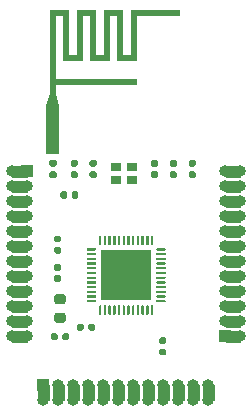
<source format=gbr>
%TF.GenerationSoftware,KiCad,Pcbnew,(5.1.10)-1*%
%TF.CreationDate,2024-04-20T07:26:56+09:00*%
%TF.ProjectId,BLEModule,424c454d-6f64-4756-9c65-2e6b69636164,rev?*%
%TF.SameCoordinates,Original*%
%TF.FileFunction,Soldermask,Top*%
%TF.FilePolarity,Negative*%
%FSLAX46Y46*%
G04 Gerber Fmt 4.6, Leading zero omitted, Abs format (unit mm)*
G04 Created by KiCad (PCBNEW (5.1.10)-1) date 2024-04-20 07:26:56*
%MOMM*%
%LPD*%
G01*
G04 APERTURE LIST*
%ADD10C,0.035000*%
%ADD11C,0.100000*%
%ADD12O,1.000000X1.000000*%
%ADD13R,1.000000X1.000000*%
%ADD14R,0.900000X0.800000*%
%ADD15R,4.300000X4.300000*%
G04 APERTURE END LIST*
D10*
%TO.C,J2*%
G36*
X141622600Y-91944600D02*
G01*
X141622600Y-90725400D01*
X140657400Y-90725400D01*
X140657400Y-91944600D01*
X141622600Y-91944600D01*
G37*
X141622600Y-91944600D02*
X141622600Y-90725400D01*
X140657400Y-90725400D01*
X140657400Y-91944600D01*
X141622600Y-91944600D01*
G36*
X144162600Y-91944600D02*
G01*
X144162600Y-90725400D01*
X143197400Y-90725400D01*
X143197400Y-91944600D01*
X144162600Y-91944600D01*
G37*
X144162600Y-91944600D02*
X144162600Y-90725400D01*
X143197400Y-90725400D01*
X143197400Y-91944600D01*
X144162600Y-91944600D01*
G36*
X139082600Y-91944600D02*
G01*
X139082600Y-90725400D01*
X138117400Y-90725400D01*
X138117400Y-91944600D01*
X139082600Y-91944600D01*
G37*
X139082600Y-91944600D02*
X139082600Y-90725400D01*
X138117400Y-90725400D01*
X138117400Y-91944600D01*
X139082600Y-91944600D01*
G36*
X142892600Y-91944600D02*
G01*
X142892600Y-90725400D01*
X141927400Y-90725400D01*
X141927400Y-91944600D01*
X142892600Y-91944600D01*
G37*
X142892600Y-91944600D02*
X142892600Y-90725400D01*
X141927400Y-90725400D01*
X141927400Y-91944600D01*
X142892600Y-91944600D01*
G36*
X145432600Y-91944600D02*
G01*
X145432600Y-90725400D01*
X144467400Y-90725400D01*
X144467400Y-91944600D01*
X145432600Y-91944600D01*
G37*
X145432600Y-91944600D02*
X145432600Y-90725400D01*
X144467400Y-90725400D01*
X144467400Y-91944600D01*
X145432600Y-91944600D01*
G36*
X149242600Y-91944600D02*
G01*
X149242600Y-90725400D01*
X148277400Y-90725400D01*
X148277400Y-91944600D01*
X149242600Y-91944600D01*
G37*
X149242600Y-91944600D02*
X149242600Y-90725400D01*
X148277400Y-90725400D01*
X148277400Y-91944600D01*
X149242600Y-91944600D01*
G36*
X146702600Y-91944600D02*
G01*
X146702600Y-90725400D01*
X145737400Y-90725400D01*
X145737400Y-91944600D01*
X146702600Y-91944600D01*
G37*
X146702600Y-91944600D02*
X146702600Y-90725400D01*
X145737400Y-90725400D01*
X145737400Y-91944600D01*
X146702600Y-91944600D01*
G36*
X140352600Y-91944600D02*
G01*
X140352600Y-90725400D01*
X139387400Y-90725400D01*
X139387400Y-91944600D01*
X140352600Y-91944600D01*
G37*
X140352600Y-91944600D02*
X140352600Y-90725400D01*
X139387400Y-90725400D01*
X139387400Y-91944600D01*
X140352600Y-91944600D01*
G36*
X147972600Y-91944600D02*
G01*
X147972600Y-90725400D01*
X147007400Y-90725400D01*
X147007400Y-91944600D01*
X147972600Y-91944600D01*
G37*
X147972600Y-91944600D02*
X147972600Y-90725400D01*
X147007400Y-90725400D01*
X147007400Y-91944600D01*
X147972600Y-91944600D01*
G36*
X150512600Y-91944600D02*
G01*
X150512600Y-90725400D01*
X149547400Y-90725400D01*
X149547400Y-91944600D01*
X150512600Y-91944600D01*
G37*
X150512600Y-91944600D02*
X150512600Y-90725400D01*
X149547400Y-90725400D01*
X149547400Y-91944600D01*
X150512600Y-91944600D01*
G36*
X153052600Y-91944600D02*
G01*
X153052600Y-90725400D01*
X152087400Y-90725400D01*
X152087400Y-91944600D01*
X153052600Y-91944600D01*
G37*
X153052600Y-91944600D02*
X153052600Y-90725400D01*
X152087400Y-90725400D01*
X152087400Y-91944600D01*
X153052600Y-91944600D01*
G36*
X151782600Y-91944600D02*
G01*
X151782600Y-90725400D01*
X150817400Y-90725400D01*
X150817400Y-91944600D01*
X151782600Y-91944600D01*
G37*
X151782600Y-91944600D02*
X151782600Y-90725400D01*
X150817400Y-90725400D01*
X150817400Y-91944600D01*
X151782600Y-91944600D01*
%TO.C,J1*%
G36*
X135955400Y-75622600D02*
G01*
X137174600Y-75622600D01*
X137174600Y-74657400D01*
X135955400Y-74657400D01*
X135955400Y-75622600D01*
G37*
X135955400Y-75622600D02*
X137174600Y-75622600D01*
X137174600Y-74657400D01*
X135955400Y-74657400D01*
X135955400Y-75622600D01*
G36*
X135955400Y-78162600D02*
G01*
X137174600Y-78162600D01*
X137174600Y-77197400D01*
X135955400Y-77197400D01*
X135955400Y-78162600D01*
G37*
X135955400Y-78162600D02*
X137174600Y-78162600D01*
X137174600Y-77197400D01*
X135955400Y-77197400D01*
X135955400Y-78162600D01*
G36*
X135955400Y-73082600D02*
G01*
X137174600Y-73082600D01*
X137174600Y-72117400D01*
X135955400Y-72117400D01*
X135955400Y-73082600D01*
G37*
X135955400Y-73082600D02*
X137174600Y-73082600D01*
X137174600Y-72117400D01*
X135955400Y-72117400D01*
X135955400Y-73082600D01*
G36*
X135955400Y-76892600D02*
G01*
X137174600Y-76892600D01*
X137174600Y-75927400D01*
X135955400Y-75927400D01*
X135955400Y-76892600D01*
G37*
X135955400Y-76892600D02*
X137174600Y-76892600D01*
X137174600Y-75927400D01*
X135955400Y-75927400D01*
X135955400Y-76892600D01*
G36*
X135955400Y-79432600D02*
G01*
X137174600Y-79432600D01*
X137174600Y-78467400D01*
X135955400Y-78467400D01*
X135955400Y-79432600D01*
G37*
X135955400Y-79432600D02*
X137174600Y-79432600D01*
X137174600Y-78467400D01*
X135955400Y-78467400D01*
X135955400Y-79432600D01*
G36*
X135955400Y-83242600D02*
G01*
X137174600Y-83242600D01*
X137174600Y-82277400D01*
X135955400Y-82277400D01*
X135955400Y-83242600D01*
G37*
X135955400Y-83242600D02*
X137174600Y-83242600D01*
X137174600Y-82277400D01*
X135955400Y-82277400D01*
X135955400Y-83242600D01*
G36*
X135955400Y-80702600D02*
G01*
X137174600Y-80702600D01*
X137174600Y-79737400D01*
X135955400Y-79737400D01*
X135955400Y-80702600D01*
G37*
X135955400Y-80702600D02*
X137174600Y-80702600D01*
X137174600Y-79737400D01*
X135955400Y-79737400D01*
X135955400Y-80702600D01*
G36*
X135955400Y-74352600D02*
G01*
X137174600Y-74352600D01*
X137174600Y-73387400D01*
X135955400Y-73387400D01*
X135955400Y-74352600D01*
G37*
X135955400Y-74352600D02*
X137174600Y-74352600D01*
X137174600Y-73387400D01*
X135955400Y-73387400D01*
X135955400Y-74352600D01*
G36*
X135955400Y-81972600D02*
G01*
X137174600Y-81972600D01*
X137174600Y-81007400D01*
X135955400Y-81007400D01*
X135955400Y-81972600D01*
G37*
X135955400Y-81972600D02*
X137174600Y-81972600D01*
X137174600Y-81007400D01*
X135955400Y-81007400D01*
X135955400Y-81972600D01*
G36*
X135955400Y-84512600D02*
G01*
X137174600Y-84512600D01*
X137174600Y-83547400D01*
X135955400Y-83547400D01*
X135955400Y-84512600D01*
G37*
X135955400Y-84512600D02*
X137174600Y-84512600D01*
X137174600Y-83547400D01*
X135955400Y-83547400D01*
X135955400Y-84512600D01*
G36*
X135955400Y-87052600D02*
G01*
X137174600Y-87052600D01*
X137174600Y-86087400D01*
X135955400Y-86087400D01*
X135955400Y-87052600D01*
G37*
X135955400Y-87052600D02*
X137174600Y-87052600D01*
X137174600Y-86087400D01*
X135955400Y-86087400D01*
X135955400Y-87052600D01*
G36*
X135955400Y-85782600D02*
G01*
X137174600Y-85782600D01*
X137174600Y-84817400D01*
X135955400Y-84817400D01*
X135955400Y-85782600D01*
G37*
X135955400Y-85782600D02*
X137174600Y-85782600D01*
X137174600Y-84817400D01*
X135955400Y-84817400D01*
X135955400Y-85782600D01*
%TO.C,J3*%
G36*
X155244600Y-83547400D02*
G01*
X154025400Y-83547400D01*
X154025400Y-84512600D01*
X155244600Y-84512600D01*
X155244600Y-83547400D01*
G37*
X155244600Y-83547400D02*
X154025400Y-83547400D01*
X154025400Y-84512600D01*
X155244600Y-84512600D01*
X155244600Y-83547400D01*
G36*
X155244600Y-81007400D02*
G01*
X154025400Y-81007400D01*
X154025400Y-81972600D01*
X155244600Y-81972600D01*
X155244600Y-81007400D01*
G37*
X155244600Y-81007400D02*
X154025400Y-81007400D01*
X154025400Y-81972600D01*
X155244600Y-81972600D01*
X155244600Y-81007400D01*
G36*
X155244600Y-86087400D02*
G01*
X154025400Y-86087400D01*
X154025400Y-87052600D01*
X155244600Y-87052600D01*
X155244600Y-86087400D01*
G37*
X155244600Y-86087400D02*
X154025400Y-86087400D01*
X154025400Y-87052600D01*
X155244600Y-87052600D01*
X155244600Y-86087400D01*
G36*
X155244600Y-82277400D02*
G01*
X154025400Y-82277400D01*
X154025400Y-83242600D01*
X155244600Y-83242600D01*
X155244600Y-82277400D01*
G37*
X155244600Y-82277400D02*
X154025400Y-82277400D01*
X154025400Y-83242600D01*
X155244600Y-83242600D01*
X155244600Y-82277400D01*
G36*
X155244600Y-79737400D02*
G01*
X154025400Y-79737400D01*
X154025400Y-80702600D01*
X155244600Y-80702600D01*
X155244600Y-79737400D01*
G37*
X155244600Y-79737400D02*
X154025400Y-79737400D01*
X154025400Y-80702600D01*
X155244600Y-80702600D01*
X155244600Y-79737400D01*
G36*
X155244600Y-75927400D02*
G01*
X154025400Y-75927400D01*
X154025400Y-76892600D01*
X155244600Y-76892600D01*
X155244600Y-75927400D01*
G37*
X155244600Y-75927400D02*
X154025400Y-75927400D01*
X154025400Y-76892600D01*
X155244600Y-76892600D01*
X155244600Y-75927400D01*
G36*
X155244600Y-78467400D02*
G01*
X154025400Y-78467400D01*
X154025400Y-79432600D01*
X155244600Y-79432600D01*
X155244600Y-78467400D01*
G37*
X155244600Y-78467400D02*
X154025400Y-78467400D01*
X154025400Y-79432600D01*
X155244600Y-79432600D01*
X155244600Y-78467400D01*
G36*
X155244600Y-84817400D02*
G01*
X154025400Y-84817400D01*
X154025400Y-85782600D01*
X155244600Y-85782600D01*
X155244600Y-84817400D01*
G37*
X155244600Y-84817400D02*
X154025400Y-84817400D01*
X154025400Y-85782600D01*
X155244600Y-85782600D01*
X155244600Y-84817400D01*
G36*
X155244600Y-77197400D02*
G01*
X154025400Y-77197400D01*
X154025400Y-78162600D01*
X155244600Y-78162600D01*
X155244600Y-77197400D01*
G37*
X155244600Y-77197400D02*
X154025400Y-77197400D01*
X154025400Y-78162600D01*
X155244600Y-78162600D01*
X155244600Y-77197400D01*
G36*
X155244600Y-74657400D02*
G01*
X154025400Y-74657400D01*
X154025400Y-75622600D01*
X155244600Y-75622600D01*
X155244600Y-74657400D01*
G37*
X155244600Y-74657400D02*
X154025400Y-74657400D01*
X154025400Y-75622600D01*
X155244600Y-75622600D01*
X155244600Y-74657400D01*
G36*
X155244600Y-72117400D02*
G01*
X154025400Y-72117400D01*
X154025400Y-73082600D01*
X155244600Y-73082600D01*
X155244600Y-72117400D01*
G37*
X155244600Y-72117400D02*
X154025400Y-72117400D01*
X154025400Y-73082600D01*
X155244600Y-73082600D01*
X155244600Y-72117400D01*
G36*
X155244600Y-73387400D02*
G01*
X154025400Y-73387400D01*
X154025400Y-74352600D01*
X155244600Y-74352600D01*
X155244600Y-73387400D01*
G37*
X155244600Y-73387400D02*
X154025400Y-73387400D01*
X154025400Y-74352600D01*
X155244600Y-74352600D01*
X155244600Y-73387400D01*
D11*
%TO.C,ANT1*%
G36*
X139928600Y-67068700D02*
G01*
X139928600Y-71132700D01*
X138811000Y-71145400D01*
X138811000Y-67081400D01*
X139115800Y-66065400D01*
X139115800Y-58953400D01*
X140766800Y-58953400D01*
X140766800Y-62763400D01*
X141401800Y-62763400D01*
X141401800Y-58953400D01*
X143052800Y-58953400D01*
X143052800Y-62763400D01*
X143687800Y-62763400D01*
X143687800Y-58953400D01*
X145338800Y-58953400D01*
X145338800Y-62763400D01*
X145973800Y-62763400D01*
X145973800Y-58953400D01*
X150164800Y-58953400D01*
X150164800Y-59461400D01*
X146481800Y-59461400D01*
X146481800Y-63271400D01*
X144830800Y-63271400D01*
X144830800Y-59461400D01*
X144195800Y-59461400D01*
X144195800Y-63271400D01*
X142544800Y-63271400D01*
X142544800Y-59461400D01*
X141909800Y-59461400D01*
X141909800Y-63271400D01*
X140258800Y-63271400D01*
X140258800Y-59461400D01*
X139623800Y-59461400D01*
X139623800Y-64795400D01*
X146558000Y-64795400D01*
X146558000Y-65303400D01*
X139623800Y-65303400D01*
X139623800Y-66065400D01*
X139928600Y-67068700D01*
G37*
%TD*%
D12*
%TO.C,J2*%
X141140000Y-90700000D03*
X151300000Y-90700000D03*
X143680000Y-90700000D03*
X146220000Y-90700000D03*
X152570000Y-90700000D03*
X150030000Y-90700000D03*
X144950000Y-90700000D03*
D13*
X138600000Y-90700000D03*
D12*
X147490000Y-90700000D03*
X148760000Y-90700000D03*
X142410000Y-90700000D03*
X139870000Y-90700000D03*
X138600000Y-91970000D03*
X151300000Y-91970000D03*
X148760000Y-91970000D03*
X147490000Y-91970000D03*
X143680000Y-91970000D03*
X150030000Y-91970000D03*
X141140000Y-91970000D03*
X144950000Y-91970000D03*
X152570000Y-91970000D03*
X146220000Y-91970000D03*
X139870000Y-91970000D03*
X142410000Y-91970000D03*
%TD*%
%TO.C,J1*%
X137200000Y-75140000D03*
X137200000Y-85300000D03*
X137200000Y-77680000D03*
X137200000Y-80220000D03*
X137200000Y-86570000D03*
X137200000Y-84030000D03*
X137200000Y-78950000D03*
D13*
X137200000Y-72600000D03*
D12*
X137200000Y-81490000D03*
X137200000Y-82760000D03*
X137200000Y-76410000D03*
X137200000Y-73870000D03*
X135930000Y-72600000D03*
X135930000Y-85300000D03*
X135930000Y-82760000D03*
X135930000Y-81490000D03*
X135930000Y-77680000D03*
X135930000Y-84030000D03*
X135930000Y-75140000D03*
X135930000Y-78950000D03*
X135930000Y-86570000D03*
X135930000Y-80220000D03*
X135930000Y-73870000D03*
X135930000Y-76410000D03*
%TD*%
%TO.C,J3*%
X154000000Y-84030000D03*
X154000000Y-73870000D03*
X154000000Y-81490000D03*
X154000000Y-78950000D03*
X154000000Y-72600000D03*
X154000000Y-75140000D03*
X154000000Y-80220000D03*
D13*
X154000000Y-86570000D03*
D12*
X154000000Y-77680000D03*
X154000000Y-76410000D03*
X154000000Y-82760000D03*
X154000000Y-85300000D03*
X155270000Y-86570000D03*
X155270000Y-73870000D03*
X155270000Y-76410000D03*
X155270000Y-77680000D03*
X155270000Y-81490000D03*
X155270000Y-75140000D03*
X155270000Y-84030000D03*
X155270000Y-80220000D03*
X155270000Y-72600000D03*
X155270000Y-78950000D03*
X155270000Y-85300000D03*
X155270000Y-82760000D03*
%TD*%
D11*
%TO.C,ANT1*%
G36*
X138811000Y-71145400D02*
G01*
X138811000Y-69494400D01*
X139928600Y-69494400D01*
X139928600Y-71145400D01*
X138811000Y-71145400D01*
G37*
%TD*%
%TO.C,C4*%
G36*
G01*
X142000000Y-85630000D02*
X142000000Y-85970000D01*
G75*
G02*
X141860000Y-86110000I-140000J0D01*
G01*
X141580000Y-86110000D01*
G75*
G02*
X141440000Y-85970000I0J140000D01*
G01*
X141440000Y-85630000D01*
G75*
G02*
X141580000Y-85490000I140000J0D01*
G01*
X141860000Y-85490000D01*
G75*
G02*
X142000000Y-85630000I0J-140000D01*
G01*
G37*
G36*
G01*
X142960000Y-85630000D02*
X142960000Y-85970000D01*
G75*
G02*
X142820000Y-86110000I-140000J0D01*
G01*
X142540000Y-86110000D01*
G75*
G02*
X142400000Y-85970000I0J140000D01*
G01*
X142400000Y-85630000D01*
G75*
G02*
X142540000Y-85490000I140000J0D01*
G01*
X142820000Y-85490000D01*
G75*
G02*
X142960000Y-85630000I0J-140000D01*
G01*
G37*
%TD*%
%TO.C,C1*%
G36*
G01*
X148530000Y-87620000D02*
X148870000Y-87620000D01*
G75*
G02*
X149010000Y-87760000I0J-140000D01*
G01*
X149010000Y-88040000D01*
G75*
G02*
X148870000Y-88180000I-140000J0D01*
G01*
X148530000Y-88180000D01*
G75*
G02*
X148390000Y-88040000I0J140000D01*
G01*
X148390000Y-87760000D01*
G75*
G02*
X148530000Y-87620000I140000J0D01*
G01*
G37*
G36*
G01*
X148530000Y-86660000D02*
X148870000Y-86660000D01*
G75*
G02*
X149010000Y-86800000I0J-140000D01*
G01*
X149010000Y-87080000D01*
G75*
G02*
X148870000Y-87220000I-140000J0D01*
G01*
X148530000Y-87220000D01*
G75*
G02*
X148390000Y-87080000I0J140000D01*
G01*
X148390000Y-86800000D01*
G75*
G02*
X148530000Y-86660000I140000J0D01*
G01*
G37*
%TD*%
D14*
%TO.C,Y1*%
X144700000Y-73350000D03*
X146100000Y-73350000D03*
X146100000Y-72250000D03*
X144700000Y-72250000D03*
%TD*%
%TO.C,U1*%
G36*
G01*
X143450000Y-84750000D02*
X143350000Y-84750000D01*
G75*
G02*
X143300000Y-84700000I0J50000D01*
G01*
X143300000Y-84000000D01*
G75*
G02*
X143350000Y-83950000I50000J0D01*
G01*
X143450000Y-83950000D01*
G75*
G02*
X143500000Y-84000000I0J-50000D01*
G01*
X143500000Y-84700000D01*
G75*
G02*
X143450000Y-84750000I-50000J0D01*
G01*
G37*
G36*
G01*
X143850000Y-84750000D02*
X143750000Y-84750000D01*
G75*
G02*
X143700000Y-84700000I0J50000D01*
G01*
X143700000Y-84000000D01*
G75*
G02*
X143750000Y-83950000I50000J0D01*
G01*
X143850000Y-83950000D01*
G75*
G02*
X143900000Y-84000000I0J-50000D01*
G01*
X143900000Y-84700000D01*
G75*
G02*
X143850000Y-84750000I-50000J0D01*
G01*
G37*
G36*
G01*
X144250000Y-84750000D02*
X144150000Y-84750000D01*
G75*
G02*
X144100000Y-84700000I0J50000D01*
G01*
X144100000Y-84000000D01*
G75*
G02*
X144150000Y-83950000I50000J0D01*
G01*
X144250000Y-83950000D01*
G75*
G02*
X144300000Y-84000000I0J-50000D01*
G01*
X144300000Y-84700000D01*
G75*
G02*
X144250000Y-84750000I-50000J0D01*
G01*
G37*
G36*
G01*
X144650000Y-84750000D02*
X144550000Y-84750000D01*
G75*
G02*
X144500000Y-84700000I0J50000D01*
G01*
X144500000Y-84000000D01*
G75*
G02*
X144550000Y-83950000I50000J0D01*
G01*
X144650000Y-83950000D01*
G75*
G02*
X144700000Y-84000000I0J-50000D01*
G01*
X144700000Y-84700000D01*
G75*
G02*
X144650000Y-84750000I-50000J0D01*
G01*
G37*
G36*
G01*
X145050000Y-84750000D02*
X144950000Y-84750000D01*
G75*
G02*
X144900000Y-84700000I0J50000D01*
G01*
X144900000Y-84000000D01*
G75*
G02*
X144950000Y-83950000I50000J0D01*
G01*
X145050000Y-83950000D01*
G75*
G02*
X145100000Y-84000000I0J-50000D01*
G01*
X145100000Y-84700000D01*
G75*
G02*
X145050000Y-84750000I-50000J0D01*
G01*
G37*
G36*
G01*
X145450000Y-84750000D02*
X145350000Y-84750000D01*
G75*
G02*
X145300000Y-84700000I0J50000D01*
G01*
X145300000Y-84000000D01*
G75*
G02*
X145350000Y-83950000I50000J0D01*
G01*
X145450000Y-83950000D01*
G75*
G02*
X145500000Y-84000000I0J-50000D01*
G01*
X145500000Y-84700000D01*
G75*
G02*
X145450000Y-84750000I-50000J0D01*
G01*
G37*
G36*
G01*
X145850000Y-84750000D02*
X145750000Y-84750000D01*
G75*
G02*
X145700000Y-84700000I0J50000D01*
G01*
X145700000Y-84000000D01*
G75*
G02*
X145750000Y-83950000I50000J0D01*
G01*
X145850000Y-83950000D01*
G75*
G02*
X145900000Y-84000000I0J-50000D01*
G01*
X145900000Y-84700000D01*
G75*
G02*
X145850000Y-84750000I-50000J0D01*
G01*
G37*
G36*
G01*
X146250000Y-84750000D02*
X146150000Y-84750000D01*
G75*
G02*
X146100000Y-84700000I0J50000D01*
G01*
X146100000Y-84000000D01*
G75*
G02*
X146150000Y-83950000I50000J0D01*
G01*
X146250000Y-83950000D01*
G75*
G02*
X146300000Y-84000000I0J-50000D01*
G01*
X146300000Y-84700000D01*
G75*
G02*
X146250000Y-84750000I-50000J0D01*
G01*
G37*
G36*
G01*
X146650000Y-84750000D02*
X146550000Y-84750000D01*
G75*
G02*
X146500000Y-84700000I0J50000D01*
G01*
X146500000Y-84000000D01*
G75*
G02*
X146550000Y-83950000I50000J0D01*
G01*
X146650000Y-83950000D01*
G75*
G02*
X146700000Y-84000000I0J-50000D01*
G01*
X146700000Y-84700000D01*
G75*
G02*
X146650000Y-84750000I-50000J0D01*
G01*
G37*
G36*
G01*
X147050000Y-84750000D02*
X146950000Y-84750000D01*
G75*
G02*
X146900000Y-84700000I0J50000D01*
G01*
X146900000Y-84000000D01*
G75*
G02*
X146950000Y-83950000I50000J0D01*
G01*
X147050000Y-83950000D01*
G75*
G02*
X147100000Y-84000000I0J-50000D01*
G01*
X147100000Y-84700000D01*
G75*
G02*
X147050000Y-84750000I-50000J0D01*
G01*
G37*
G36*
G01*
X147450000Y-84750000D02*
X147350000Y-84750000D01*
G75*
G02*
X147300000Y-84700000I0J50000D01*
G01*
X147300000Y-84000000D01*
G75*
G02*
X147350000Y-83950000I50000J0D01*
G01*
X147450000Y-83950000D01*
G75*
G02*
X147500000Y-84000000I0J-50000D01*
G01*
X147500000Y-84700000D01*
G75*
G02*
X147450000Y-84750000I-50000J0D01*
G01*
G37*
G36*
G01*
X147850000Y-84750000D02*
X147750000Y-84750000D01*
G75*
G02*
X147700000Y-84700000I0J50000D01*
G01*
X147700000Y-84000000D01*
G75*
G02*
X147750000Y-83950000I50000J0D01*
G01*
X147850000Y-83950000D01*
G75*
G02*
X147900000Y-84000000I0J-50000D01*
G01*
X147900000Y-84700000D01*
G75*
G02*
X147850000Y-84750000I-50000J0D01*
G01*
G37*
G36*
G01*
X148900000Y-83700000D02*
X148200000Y-83700000D01*
G75*
G02*
X148150000Y-83650000I0J50000D01*
G01*
X148150000Y-83550000D01*
G75*
G02*
X148200000Y-83500000I50000J0D01*
G01*
X148900000Y-83500000D01*
G75*
G02*
X148950000Y-83550000I0J-50000D01*
G01*
X148950000Y-83650000D01*
G75*
G02*
X148900000Y-83700000I-50000J0D01*
G01*
G37*
G36*
G01*
X148900000Y-83300000D02*
X148200000Y-83300000D01*
G75*
G02*
X148150000Y-83250000I0J50000D01*
G01*
X148150000Y-83150000D01*
G75*
G02*
X148200000Y-83100000I50000J0D01*
G01*
X148900000Y-83100000D01*
G75*
G02*
X148950000Y-83150000I0J-50000D01*
G01*
X148950000Y-83250000D01*
G75*
G02*
X148900000Y-83300000I-50000J0D01*
G01*
G37*
G36*
G01*
X148900000Y-82900000D02*
X148200000Y-82900000D01*
G75*
G02*
X148150000Y-82850000I0J50000D01*
G01*
X148150000Y-82750000D01*
G75*
G02*
X148200000Y-82700000I50000J0D01*
G01*
X148900000Y-82700000D01*
G75*
G02*
X148950000Y-82750000I0J-50000D01*
G01*
X148950000Y-82850000D01*
G75*
G02*
X148900000Y-82900000I-50000J0D01*
G01*
G37*
G36*
G01*
X148900000Y-82500000D02*
X148200000Y-82500000D01*
G75*
G02*
X148150000Y-82450000I0J50000D01*
G01*
X148150000Y-82350000D01*
G75*
G02*
X148200000Y-82300000I50000J0D01*
G01*
X148900000Y-82300000D01*
G75*
G02*
X148950000Y-82350000I0J-50000D01*
G01*
X148950000Y-82450000D01*
G75*
G02*
X148900000Y-82500000I-50000J0D01*
G01*
G37*
G36*
G01*
X148900000Y-82100000D02*
X148200000Y-82100000D01*
G75*
G02*
X148150000Y-82050000I0J50000D01*
G01*
X148150000Y-81950000D01*
G75*
G02*
X148200000Y-81900000I50000J0D01*
G01*
X148900000Y-81900000D01*
G75*
G02*
X148950000Y-81950000I0J-50000D01*
G01*
X148950000Y-82050000D01*
G75*
G02*
X148900000Y-82100000I-50000J0D01*
G01*
G37*
G36*
G01*
X148900000Y-81700000D02*
X148200000Y-81700000D01*
G75*
G02*
X148150000Y-81650000I0J50000D01*
G01*
X148150000Y-81550000D01*
G75*
G02*
X148200000Y-81500000I50000J0D01*
G01*
X148900000Y-81500000D01*
G75*
G02*
X148950000Y-81550000I0J-50000D01*
G01*
X148950000Y-81650000D01*
G75*
G02*
X148900000Y-81700000I-50000J0D01*
G01*
G37*
G36*
G01*
X148900000Y-81300000D02*
X148200000Y-81300000D01*
G75*
G02*
X148150000Y-81250000I0J50000D01*
G01*
X148150000Y-81150000D01*
G75*
G02*
X148200000Y-81100000I50000J0D01*
G01*
X148900000Y-81100000D01*
G75*
G02*
X148950000Y-81150000I0J-50000D01*
G01*
X148950000Y-81250000D01*
G75*
G02*
X148900000Y-81300000I-50000J0D01*
G01*
G37*
G36*
G01*
X148900000Y-80900000D02*
X148200000Y-80900000D01*
G75*
G02*
X148150000Y-80850000I0J50000D01*
G01*
X148150000Y-80750000D01*
G75*
G02*
X148200000Y-80700000I50000J0D01*
G01*
X148900000Y-80700000D01*
G75*
G02*
X148950000Y-80750000I0J-50000D01*
G01*
X148950000Y-80850000D01*
G75*
G02*
X148900000Y-80900000I-50000J0D01*
G01*
G37*
G36*
G01*
X148900000Y-80500000D02*
X148200000Y-80500000D01*
G75*
G02*
X148150000Y-80450000I0J50000D01*
G01*
X148150000Y-80350000D01*
G75*
G02*
X148200000Y-80300000I50000J0D01*
G01*
X148900000Y-80300000D01*
G75*
G02*
X148950000Y-80350000I0J-50000D01*
G01*
X148950000Y-80450000D01*
G75*
G02*
X148900000Y-80500000I-50000J0D01*
G01*
G37*
G36*
G01*
X148900000Y-80100000D02*
X148200000Y-80100000D01*
G75*
G02*
X148150000Y-80050000I0J50000D01*
G01*
X148150000Y-79950000D01*
G75*
G02*
X148200000Y-79900000I50000J0D01*
G01*
X148900000Y-79900000D01*
G75*
G02*
X148950000Y-79950000I0J-50000D01*
G01*
X148950000Y-80050000D01*
G75*
G02*
X148900000Y-80100000I-50000J0D01*
G01*
G37*
G36*
G01*
X148900000Y-79700000D02*
X148200000Y-79700000D01*
G75*
G02*
X148150000Y-79650000I0J50000D01*
G01*
X148150000Y-79550000D01*
G75*
G02*
X148200000Y-79500000I50000J0D01*
G01*
X148900000Y-79500000D01*
G75*
G02*
X148950000Y-79550000I0J-50000D01*
G01*
X148950000Y-79650000D01*
G75*
G02*
X148900000Y-79700000I-50000J0D01*
G01*
G37*
G36*
G01*
X148900000Y-79300000D02*
X148200000Y-79300000D01*
G75*
G02*
X148150000Y-79250000I0J50000D01*
G01*
X148150000Y-79150000D01*
G75*
G02*
X148200000Y-79100000I50000J0D01*
G01*
X148900000Y-79100000D01*
G75*
G02*
X148950000Y-79150000I0J-50000D01*
G01*
X148950000Y-79250000D01*
G75*
G02*
X148900000Y-79300000I-50000J0D01*
G01*
G37*
G36*
G01*
X147850000Y-78850000D02*
X147750000Y-78850000D01*
G75*
G02*
X147700000Y-78800000I0J50000D01*
G01*
X147700000Y-78100000D01*
G75*
G02*
X147750000Y-78050000I50000J0D01*
G01*
X147850000Y-78050000D01*
G75*
G02*
X147900000Y-78100000I0J-50000D01*
G01*
X147900000Y-78800000D01*
G75*
G02*
X147850000Y-78850000I-50000J0D01*
G01*
G37*
G36*
G01*
X147450000Y-78850000D02*
X147350000Y-78850000D01*
G75*
G02*
X147300000Y-78800000I0J50000D01*
G01*
X147300000Y-78100000D01*
G75*
G02*
X147350000Y-78050000I50000J0D01*
G01*
X147450000Y-78050000D01*
G75*
G02*
X147500000Y-78100000I0J-50000D01*
G01*
X147500000Y-78800000D01*
G75*
G02*
X147450000Y-78850000I-50000J0D01*
G01*
G37*
G36*
G01*
X147050000Y-78850000D02*
X146950000Y-78850000D01*
G75*
G02*
X146900000Y-78800000I0J50000D01*
G01*
X146900000Y-78100000D01*
G75*
G02*
X146950000Y-78050000I50000J0D01*
G01*
X147050000Y-78050000D01*
G75*
G02*
X147100000Y-78100000I0J-50000D01*
G01*
X147100000Y-78800000D01*
G75*
G02*
X147050000Y-78850000I-50000J0D01*
G01*
G37*
G36*
G01*
X146650000Y-78850000D02*
X146550000Y-78850000D01*
G75*
G02*
X146500000Y-78800000I0J50000D01*
G01*
X146500000Y-78100000D01*
G75*
G02*
X146550000Y-78050000I50000J0D01*
G01*
X146650000Y-78050000D01*
G75*
G02*
X146700000Y-78100000I0J-50000D01*
G01*
X146700000Y-78800000D01*
G75*
G02*
X146650000Y-78850000I-50000J0D01*
G01*
G37*
G36*
G01*
X146250000Y-78850000D02*
X146150000Y-78850000D01*
G75*
G02*
X146100000Y-78800000I0J50000D01*
G01*
X146100000Y-78100000D01*
G75*
G02*
X146150000Y-78050000I50000J0D01*
G01*
X146250000Y-78050000D01*
G75*
G02*
X146300000Y-78100000I0J-50000D01*
G01*
X146300000Y-78800000D01*
G75*
G02*
X146250000Y-78850000I-50000J0D01*
G01*
G37*
G36*
G01*
X145850000Y-78850000D02*
X145750000Y-78850000D01*
G75*
G02*
X145700000Y-78800000I0J50000D01*
G01*
X145700000Y-78100000D01*
G75*
G02*
X145750000Y-78050000I50000J0D01*
G01*
X145850000Y-78050000D01*
G75*
G02*
X145900000Y-78100000I0J-50000D01*
G01*
X145900000Y-78800000D01*
G75*
G02*
X145850000Y-78850000I-50000J0D01*
G01*
G37*
G36*
G01*
X145450000Y-78850000D02*
X145350000Y-78850000D01*
G75*
G02*
X145300000Y-78800000I0J50000D01*
G01*
X145300000Y-78100000D01*
G75*
G02*
X145350000Y-78050000I50000J0D01*
G01*
X145450000Y-78050000D01*
G75*
G02*
X145500000Y-78100000I0J-50000D01*
G01*
X145500000Y-78800000D01*
G75*
G02*
X145450000Y-78850000I-50000J0D01*
G01*
G37*
G36*
G01*
X145050000Y-78850000D02*
X144950000Y-78850000D01*
G75*
G02*
X144900000Y-78800000I0J50000D01*
G01*
X144900000Y-78100000D01*
G75*
G02*
X144950000Y-78050000I50000J0D01*
G01*
X145050000Y-78050000D01*
G75*
G02*
X145100000Y-78100000I0J-50000D01*
G01*
X145100000Y-78800000D01*
G75*
G02*
X145050000Y-78850000I-50000J0D01*
G01*
G37*
G36*
G01*
X144650000Y-78850000D02*
X144550000Y-78850000D01*
G75*
G02*
X144500000Y-78800000I0J50000D01*
G01*
X144500000Y-78100000D01*
G75*
G02*
X144550000Y-78050000I50000J0D01*
G01*
X144650000Y-78050000D01*
G75*
G02*
X144700000Y-78100000I0J-50000D01*
G01*
X144700000Y-78800000D01*
G75*
G02*
X144650000Y-78850000I-50000J0D01*
G01*
G37*
G36*
G01*
X144250000Y-78850000D02*
X144150000Y-78850000D01*
G75*
G02*
X144100000Y-78800000I0J50000D01*
G01*
X144100000Y-78100000D01*
G75*
G02*
X144150000Y-78050000I50000J0D01*
G01*
X144250000Y-78050000D01*
G75*
G02*
X144300000Y-78100000I0J-50000D01*
G01*
X144300000Y-78800000D01*
G75*
G02*
X144250000Y-78850000I-50000J0D01*
G01*
G37*
G36*
G01*
X143850000Y-78850000D02*
X143750000Y-78850000D01*
G75*
G02*
X143700000Y-78800000I0J50000D01*
G01*
X143700000Y-78100000D01*
G75*
G02*
X143750000Y-78050000I50000J0D01*
G01*
X143850000Y-78050000D01*
G75*
G02*
X143900000Y-78100000I0J-50000D01*
G01*
X143900000Y-78800000D01*
G75*
G02*
X143850000Y-78850000I-50000J0D01*
G01*
G37*
G36*
G01*
X143450000Y-78850000D02*
X143350000Y-78850000D01*
G75*
G02*
X143300000Y-78800000I0J50000D01*
G01*
X143300000Y-78100000D01*
G75*
G02*
X143350000Y-78050000I50000J0D01*
G01*
X143450000Y-78050000D01*
G75*
G02*
X143500000Y-78100000I0J-50000D01*
G01*
X143500000Y-78800000D01*
G75*
G02*
X143450000Y-78850000I-50000J0D01*
G01*
G37*
G36*
G01*
X143000000Y-79300000D02*
X142300000Y-79300000D01*
G75*
G02*
X142250000Y-79250000I0J50000D01*
G01*
X142250000Y-79150000D01*
G75*
G02*
X142300000Y-79100000I50000J0D01*
G01*
X143000000Y-79100000D01*
G75*
G02*
X143050000Y-79150000I0J-50000D01*
G01*
X143050000Y-79250000D01*
G75*
G02*
X143000000Y-79300000I-50000J0D01*
G01*
G37*
G36*
G01*
X143000000Y-79700000D02*
X142300000Y-79700000D01*
G75*
G02*
X142250000Y-79650000I0J50000D01*
G01*
X142250000Y-79550000D01*
G75*
G02*
X142300000Y-79500000I50000J0D01*
G01*
X143000000Y-79500000D01*
G75*
G02*
X143050000Y-79550000I0J-50000D01*
G01*
X143050000Y-79650000D01*
G75*
G02*
X143000000Y-79700000I-50000J0D01*
G01*
G37*
G36*
G01*
X143000000Y-80100000D02*
X142300000Y-80100000D01*
G75*
G02*
X142250000Y-80050000I0J50000D01*
G01*
X142250000Y-79950000D01*
G75*
G02*
X142300000Y-79900000I50000J0D01*
G01*
X143000000Y-79900000D01*
G75*
G02*
X143050000Y-79950000I0J-50000D01*
G01*
X143050000Y-80050000D01*
G75*
G02*
X143000000Y-80100000I-50000J0D01*
G01*
G37*
G36*
G01*
X143000000Y-80500000D02*
X142300000Y-80500000D01*
G75*
G02*
X142250000Y-80450000I0J50000D01*
G01*
X142250000Y-80350000D01*
G75*
G02*
X142300000Y-80300000I50000J0D01*
G01*
X143000000Y-80300000D01*
G75*
G02*
X143050000Y-80350000I0J-50000D01*
G01*
X143050000Y-80450000D01*
G75*
G02*
X143000000Y-80500000I-50000J0D01*
G01*
G37*
G36*
G01*
X143000000Y-80900000D02*
X142300000Y-80900000D01*
G75*
G02*
X142250000Y-80850000I0J50000D01*
G01*
X142250000Y-80750000D01*
G75*
G02*
X142300000Y-80700000I50000J0D01*
G01*
X143000000Y-80700000D01*
G75*
G02*
X143050000Y-80750000I0J-50000D01*
G01*
X143050000Y-80850000D01*
G75*
G02*
X143000000Y-80900000I-50000J0D01*
G01*
G37*
G36*
G01*
X143000000Y-81300000D02*
X142300000Y-81300000D01*
G75*
G02*
X142250000Y-81250000I0J50000D01*
G01*
X142250000Y-81150000D01*
G75*
G02*
X142300000Y-81100000I50000J0D01*
G01*
X143000000Y-81100000D01*
G75*
G02*
X143050000Y-81150000I0J-50000D01*
G01*
X143050000Y-81250000D01*
G75*
G02*
X143000000Y-81300000I-50000J0D01*
G01*
G37*
G36*
G01*
X143000000Y-81700000D02*
X142300000Y-81700000D01*
G75*
G02*
X142250000Y-81650000I0J50000D01*
G01*
X142250000Y-81550000D01*
G75*
G02*
X142300000Y-81500000I50000J0D01*
G01*
X143000000Y-81500000D01*
G75*
G02*
X143050000Y-81550000I0J-50000D01*
G01*
X143050000Y-81650000D01*
G75*
G02*
X143000000Y-81700000I-50000J0D01*
G01*
G37*
G36*
G01*
X143000000Y-82100000D02*
X142300000Y-82100000D01*
G75*
G02*
X142250000Y-82050000I0J50000D01*
G01*
X142250000Y-81950000D01*
G75*
G02*
X142300000Y-81900000I50000J0D01*
G01*
X143000000Y-81900000D01*
G75*
G02*
X143050000Y-81950000I0J-50000D01*
G01*
X143050000Y-82050000D01*
G75*
G02*
X143000000Y-82100000I-50000J0D01*
G01*
G37*
G36*
G01*
X143000000Y-82500000D02*
X142300000Y-82500000D01*
G75*
G02*
X142250000Y-82450000I0J50000D01*
G01*
X142250000Y-82350000D01*
G75*
G02*
X142300000Y-82300000I50000J0D01*
G01*
X143000000Y-82300000D01*
G75*
G02*
X143050000Y-82350000I0J-50000D01*
G01*
X143050000Y-82450000D01*
G75*
G02*
X143000000Y-82500000I-50000J0D01*
G01*
G37*
G36*
G01*
X143000000Y-82900000D02*
X142300000Y-82900000D01*
G75*
G02*
X142250000Y-82850000I0J50000D01*
G01*
X142250000Y-82750000D01*
G75*
G02*
X142300000Y-82700000I50000J0D01*
G01*
X143000000Y-82700000D01*
G75*
G02*
X143050000Y-82750000I0J-50000D01*
G01*
X143050000Y-82850000D01*
G75*
G02*
X143000000Y-82900000I-50000J0D01*
G01*
G37*
G36*
G01*
X143000000Y-83300000D02*
X142300000Y-83300000D01*
G75*
G02*
X142250000Y-83250000I0J50000D01*
G01*
X142250000Y-83150000D01*
G75*
G02*
X142300000Y-83100000I50000J0D01*
G01*
X143000000Y-83100000D01*
G75*
G02*
X143050000Y-83150000I0J-50000D01*
G01*
X143050000Y-83250000D01*
G75*
G02*
X143000000Y-83300000I-50000J0D01*
G01*
G37*
G36*
G01*
X143000000Y-83700000D02*
X142300000Y-83700000D01*
G75*
G02*
X142250000Y-83650000I0J50000D01*
G01*
X142250000Y-83550000D01*
G75*
G02*
X142300000Y-83500000I50000J0D01*
G01*
X143000000Y-83500000D01*
G75*
G02*
X143050000Y-83550000I0J-50000D01*
G01*
X143050000Y-83650000D01*
G75*
G02*
X143000000Y-83700000I-50000J0D01*
G01*
G37*
D15*
X145600000Y-81400000D03*
%TD*%
%TO.C,L3*%
G36*
G01*
X139227500Y-71620000D02*
X139572500Y-71620000D01*
G75*
G02*
X139720000Y-71767500I0J-147500D01*
G01*
X139720000Y-72062500D01*
G75*
G02*
X139572500Y-72210000I-147500J0D01*
G01*
X139227500Y-72210000D01*
G75*
G02*
X139080000Y-72062500I0J147500D01*
G01*
X139080000Y-71767500D01*
G75*
G02*
X139227500Y-71620000I147500J0D01*
G01*
G37*
G36*
G01*
X139227500Y-72590000D02*
X139572500Y-72590000D01*
G75*
G02*
X139720000Y-72737500I0J-147500D01*
G01*
X139720000Y-73032500D01*
G75*
G02*
X139572500Y-73180000I-147500J0D01*
G01*
X139227500Y-73180000D01*
G75*
G02*
X139080000Y-73032500I0J147500D01*
G01*
X139080000Y-72737500D01*
G75*
G02*
X139227500Y-72590000I147500J0D01*
G01*
G37*
%TD*%
%TO.C,L2*%
G36*
G01*
X139743750Y-82975000D02*
X140256250Y-82975000D01*
G75*
G02*
X140475000Y-83193750I0J-218750D01*
G01*
X140475000Y-83631250D01*
G75*
G02*
X140256250Y-83850000I-218750J0D01*
G01*
X139743750Y-83850000D01*
G75*
G02*
X139525000Y-83631250I0J218750D01*
G01*
X139525000Y-83193750D01*
G75*
G02*
X139743750Y-82975000I218750J0D01*
G01*
G37*
G36*
G01*
X139743750Y-84550000D02*
X140256250Y-84550000D01*
G75*
G02*
X140475000Y-84768750I0J-218750D01*
G01*
X140475000Y-85206250D01*
G75*
G02*
X140256250Y-85425000I-218750J0D01*
G01*
X139743750Y-85425000D01*
G75*
G02*
X139525000Y-85206250I0J218750D01*
G01*
X139525000Y-84768750D01*
G75*
G02*
X139743750Y-84550000I218750J0D01*
G01*
G37*
%TD*%
%TO.C,L1*%
G36*
G01*
X139627500Y-80420000D02*
X139972500Y-80420000D01*
G75*
G02*
X140120000Y-80567500I0J-147500D01*
G01*
X140120000Y-80862500D01*
G75*
G02*
X139972500Y-81010000I-147500J0D01*
G01*
X139627500Y-81010000D01*
G75*
G02*
X139480000Y-80862500I0J147500D01*
G01*
X139480000Y-80567500D01*
G75*
G02*
X139627500Y-80420000I147500J0D01*
G01*
G37*
G36*
G01*
X139627500Y-81390000D02*
X139972500Y-81390000D01*
G75*
G02*
X140120000Y-81537500I0J-147500D01*
G01*
X140120000Y-81832500D01*
G75*
G02*
X139972500Y-81980000I-147500J0D01*
G01*
X139627500Y-81980000D01*
G75*
G02*
X139480000Y-81832500I0J147500D01*
G01*
X139480000Y-81537500D01*
G75*
G02*
X139627500Y-81390000I147500J0D01*
G01*
G37*
%TD*%
%TO.C,C10*%
G36*
G01*
X141370000Y-72200000D02*
X141030000Y-72200000D01*
G75*
G02*
X140890000Y-72060000I0J140000D01*
G01*
X140890000Y-71780000D01*
G75*
G02*
X141030000Y-71640000I140000J0D01*
G01*
X141370000Y-71640000D01*
G75*
G02*
X141510000Y-71780000I0J-140000D01*
G01*
X141510000Y-72060000D01*
G75*
G02*
X141370000Y-72200000I-140000J0D01*
G01*
G37*
G36*
G01*
X141370000Y-73160000D02*
X141030000Y-73160000D01*
G75*
G02*
X140890000Y-73020000I0J140000D01*
G01*
X140890000Y-72740000D01*
G75*
G02*
X141030000Y-72600000I140000J0D01*
G01*
X141370000Y-72600000D01*
G75*
G02*
X141510000Y-72740000I0J-140000D01*
G01*
X141510000Y-73020000D01*
G75*
G02*
X141370000Y-73160000I-140000J0D01*
G01*
G37*
%TD*%
%TO.C,C9*%
G36*
G01*
X142970000Y-72200000D02*
X142630000Y-72200000D01*
G75*
G02*
X142490000Y-72060000I0J140000D01*
G01*
X142490000Y-71780000D01*
G75*
G02*
X142630000Y-71640000I140000J0D01*
G01*
X142970000Y-71640000D01*
G75*
G02*
X143110000Y-71780000I0J-140000D01*
G01*
X143110000Y-72060000D01*
G75*
G02*
X142970000Y-72200000I-140000J0D01*
G01*
G37*
G36*
G01*
X142970000Y-73160000D02*
X142630000Y-73160000D01*
G75*
G02*
X142490000Y-73020000I0J140000D01*
G01*
X142490000Y-72740000D01*
G75*
G02*
X142630000Y-72600000I140000J0D01*
G01*
X142970000Y-72600000D01*
G75*
G02*
X143110000Y-72740000I0J-140000D01*
G01*
X143110000Y-73020000D01*
G75*
G02*
X142970000Y-73160000I-140000J0D01*
G01*
G37*
%TD*%
%TO.C,C8*%
G36*
G01*
X148170000Y-72200000D02*
X147830000Y-72200000D01*
G75*
G02*
X147690000Y-72060000I0J140000D01*
G01*
X147690000Y-71780000D01*
G75*
G02*
X147830000Y-71640000I140000J0D01*
G01*
X148170000Y-71640000D01*
G75*
G02*
X148310000Y-71780000I0J-140000D01*
G01*
X148310000Y-72060000D01*
G75*
G02*
X148170000Y-72200000I-140000J0D01*
G01*
G37*
G36*
G01*
X148170000Y-73160000D02*
X147830000Y-73160000D01*
G75*
G02*
X147690000Y-73020000I0J140000D01*
G01*
X147690000Y-72740000D01*
G75*
G02*
X147830000Y-72600000I140000J0D01*
G01*
X148170000Y-72600000D01*
G75*
G02*
X148310000Y-72740000I0J-140000D01*
G01*
X148310000Y-73020000D01*
G75*
G02*
X148170000Y-73160000I-140000J0D01*
G01*
G37*
%TD*%
%TO.C,C7*%
G36*
G01*
X139970000Y-78600000D02*
X139630000Y-78600000D01*
G75*
G02*
X139490000Y-78460000I0J140000D01*
G01*
X139490000Y-78180000D01*
G75*
G02*
X139630000Y-78040000I140000J0D01*
G01*
X139970000Y-78040000D01*
G75*
G02*
X140110000Y-78180000I0J-140000D01*
G01*
X140110000Y-78460000D01*
G75*
G02*
X139970000Y-78600000I-140000J0D01*
G01*
G37*
G36*
G01*
X139970000Y-79560000D02*
X139630000Y-79560000D01*
G75*
G02*
X139490000Y-79420000I0J140000D01*
G01*
X139490000Y-79140000D01*
G75*
G02*
X139630000Y-79000000I140000J0D01*
G01*
X139970000Y-79000000D01*
G75*
G02*
X140110000Y-79140000I0J-140000D01*
G01*
X140110000Y-79420000D01*
G75*
G02*
X139970000Y-79560000I-140000J0D01*
G01*
G37*
%TD*%
%TO.C,C6*%
G36*
G01*
X149770000Y-72200000D02*
X149430000Y-72200000D01*
G75*
G02*
X149290000Y-72060000I0J140000D01*
G01*
X149290000Y-71780000D01*
G75*
G02*
X149430000Y-71640000I140000J0D01*
G01*
X149770000Y-71640000D01*
G75*
G02*
X149910000Y-71780000I0J-140000D01*
G01*
X149910000Y-72060000D01*
G75*
G02*
X149770000Y-72200000I-140000J0D01*
G01*
G37*
G36*
G01*
X149770000Y-73160000D02*
X149430000Y-73160000D01*
G75*
G02*
X149290000Y-73020000I0J140000D01*
G01*
X149290000Y-72740000D01*
G75*
G02*
X149430000Y-72600000I140000J0D01*
G01*
X149770000Y-72600000D01*
G75*
G02*
X149910000Y-72740000I0J-140000D01*
G01*
X149910000Y-73020000D01*
G75*
G02*
X149770000Y-73160000I-140000J0D01*
G01*
G37*
%TD*%
%TO.C,C5*%
G36*
G01*
X151370000Y-72200000D02*
X151030000Y-72200000D01*
G75*
G02*
X150890000Y-72060000I0J140000D01*
G01*
X150890000Y-71780000D01*
G75*
G02*
X151030000Y-71640000I140000J0D01*
G01*
X151370000Y-71640000D01*
G75*
G02*
X151510000Y-71780000I0J-140000D01*
G01*
X151510000Y-72060000D01*
G75*
G02*
X151370000Y-72200000I-140000J0D01*
G01*
G37*
G36*
G01*
X151370000Y-73160000D02*
X151030000Y-73160000D01*
G75*
G02*
X150890000Y-73020000I0J140000D01*
G01*
X150890000Y-72740000D01*
G75*
G02*
X151030000Y-72600000I140000J0D01*
G01*
X151370000Y-72600000D01*
G75*
G02*
X151510000Y-72740000I0J-140000D01*
G01*
X151510000Y-73020000D01*
G75*
G02*
X151370000Y-73160000I-140000J0D01*
G01*
G37*
%TD*%
%TO.C,C3*%
G36*
G01*
X139800000Y-86430000D02*
X139800000Y-86770000D01*
G75*
G02*
X139660000Y-86910000I-140000J0D01*
G01*
X139380000Y-86910000D01*
G75*
G02*
X139240000Y-86770000I0J140000D01*
G01*
X139240000Y-86430000D01*
G75*
G02*
X139380000Y-86290000I140000J0D01*
G01*
X139660000Y-86290000D01*
G75*
G02*
X139800000Y-86430000I0J-140000D01*
G01*
G37*
G36*
G01*
X140760000Y-86430000D02*
X140760000Y-86770000D01*
G75*
G02*
X140620000Y-86910000I-140000J0D01*
G01*
X140340000Y-86910000D01*
G75*
G02*
X140200000Y-86770000I0J140000D01*
G01*
X140200000Y-86430000D01*
G75*
G02*
X140340000Y-86290000I140000J0D01*
G01*
X140620000Y-86290000D01*
G75*
G02*
X140760000Y-86430000I0J-140000D01*
G01*
G37*
%TD*%
%TO.C,C2*%
G36*
G01*
X140600000Y-74430000D02*
X140600000Y-74770000D01*
G75*
G02*
X140460000Y-74910000I-140000J0D01*
G01*
X140180000Y-74910000D01*
G75*
G02*
X140040000Y-74770000I0J140000D01*
G01*
X140040000Y-74430000D01*
G75*
G02*
X140180000Y-74290000I140000J0D01*
G01*
X140460000Y-74290000D01*
G75*
G02*
X140600000Y-74430000I0J-140000D01*
G01*
G37*
G36*
G01*
X141560000Y-74430000D02*
X141560000Y-74770000D01*
G75*
G02*
X141420000Y-74910000I-140000J0D01*
G01*
X141140000Y-74910000D01*
G75*
G02*
X141000000Y-74770000I0J140000D01*
G01*
X141000000Y-74430000D01*
G75*
G02*
X141140000Y-74290000I140000J0D01*
G01*
X141420000Y-74290000D01*
G75*
G02*
X141560000Y-74430000I0J-140000D01*
G01*
G37*
%TD*%
M02*

</source>
